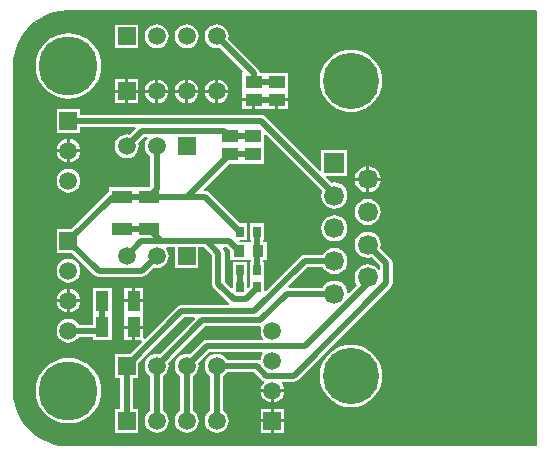
<source format=gtl>
%FSDAX24Y24*%
%MOIN*%
%SFA1B1*%

%IPPOS*%
%ADD10R,0.043300X0.066900*%
%ADD11R,0.066900X0.043300*%
%ADD12R,0.027600X0.035400*%
%ADD13R,0.055100X0.043300*%
%ADD14R,0.037400X0.039400*%
%ADD15C,0.020000*%
%ADD16C,0.187400*%
%ADD17R,0.066500X0.066500*%
%ADD18C,0.066500*%
%ADD19C,0.059100*%
%ADD20R,0.059100X0.059100*%
%ADD21R,0.059100X0.059100*%
%ADD22C,0.196900*%
%ADD24C,0.010000*%
%ADD26C,0.005000*%
%ADD39C,0.040000*%
%ADD40C,0.080000*%
%LNdistro_layout_b-1*%
%LPD*%
G54D26*
X-000001Y012649D02*
X015570D01*
Y-001822*
X-000001*
X-000007Y-001822*
X-000237Y-001808*
X-000472Y-001761*
X-000698Y-001684*
X-000911Y-001579*
X-001110Y-001447*
X-001289Y-001289*
X-001447Y-001110*
X-001579Y-000911*
X-001684Y-000698*
X-001761Y-000472*
X-001808Y-000237*
X-001822Y-000007*
X-001822Y-000001*
Y010828*
X-001822Y010834*
X-001808Y011064*
X-001761Y011298*
X-001684Y011524*
X-001579Y011738*
X-001447Y011936*
X-001289Y012116*
X-001110Y012274*
X-000911Y012406*
X-000698Y012511*
X-000472Y012588*
X-000237Y012635*
X-000007Y012649*
X-000001Y012649*
G54D24*
X-000005Y012599D02*
X015520D01*
Y-001772*
X-000005*
X-000009Y-001772*
X-000231Y-001758*
X-000459Y-001713*
X-000679Y-001638*
X-000886Y-001535*
X-001080Y-001407*
X-001253Y-001253*
X-001407Y-001080*
X-001535Y-000886*
X-001638Y-000679*
X-001713Y-000459*
X-001758Y-000231*
X-001772Y-000009*
X-001772Y-000005*
Y010832*
X-001772Y010836*
X-001758Y011058*
X-001713Y011285*
X-001638Y011505*
X-001535Y011713*
X-001407Y011906*
X-001253Y012080*
X-001080Y012234*
X-000886Y012362*
X-000679Y012465*
X-000459Y012540*
X-000231Y012585*
X-000009Y012599*
X-000005Y012599*
G54D15*
X-000012Y012499D02*
X015420D01*
Y-001672*
X-000012*
X-000013Y-001672*
X-000218Y-001659*
X-000433Y-001616*
X-000640Y-001546*
X-000836Y-001449*
X-001019Y-001327*
X-001183Y-001183*
X-001327Y-001019*
X-001449Y-000836*
X-001546Y-000640*
X-001616Y-000433*
X-001659Y-000218*
X-001672Y-000013*
X-001672Y-000012*
Y010839*
X-001672Y010840*
X-001659Y011045*
X-001616Y011259*
X-001545Y011466*
X-001449Y011663*
X-001327Y011845*
X-001182Y012010*
X-001019Y012154*
X-000836Y012276*
X-000640Y012373*
X-000433Y012443*
X-000218Y012486*
X-000013Y012499*
X-000012Y012499*
G54D39*
X-000025Y012299D02*
X015220D01*
Y-001472*
X-000025*
X-000020Y-001471*
X-000192Y-001460*
X-000381Y-001422*
X-000563Y-001360*
X-000736Y-001275*
X-000897Y-001168*
X-001041Y-001041*
X-001168Y-000897*
X-001275Y-000736*
X-001360Y-000563*
X-001422Y-000381*
X-001460Y-000192*
X-001471Y-000020*
X-001472Y-000025*
Y010852*
X-001471Y010847*
X-001460Y011019*
X-001423Y011207*
X-001360Y011390*
X-001275Y011563*
X-001168Y011723*
X-001040Y011868*
X-000897Y011995*
X-000736Y012102*
X-000563Y012187*
X-000381Y012249*
X-000192Y012287*
X-000020Y012298*
X-000025Y012299*
G54D40*
X005860Y011899D02*
X014820D01*
Y-001071*
X005860*
X003988Y-001327*
X-000140Y-001062*
X-000278Y-001035*
X-000409Y-000990*
X-000536Y-000928*
X-000652Y-000850*
X-000757Y-000757*
X-000850Y-000652*
X-000928Y-000536*
X-000990Y-000409*
X-001035Y-000278*
X-001062Y-000140*
X-001327Y003988*
X-001072Y005860*
Y004966*
X-001327Y006837*
X-001062Y010967*
X-001035Y011103*
X-000990Y011236*
X-000928Y011363*
X-000850Y011479*
X-000757Y011585*
X-000652Y011677*
X-000536Y011755*
X-000409Y011817*
X-000278Y011862*
X-000140Y011889*
X003988Y012154*
X005860Y011899*
X-000520Y-000920D02*
X014820D01*
X-000920Y-000120D02*
X014820D01*
X-000920Y000680D02*
X014820D01*
X-001120Y001480D02*
X014820D01*
X-001120Y002280D02*
X014820D01*
X-001120Y003080D02*
X014820D01*
X-001120Y003880D02*
X014820D01*
X-001120Y004680D02*
X014820D01*
X-001120Y005480D02*
X014820D01*
X-001120Y006280D02*
X014820D01*
X-001120Y007080D02*
X014820D01*
X-001120Y007880D02*
X014820D01*
X-001120Y008680D02*
X014820D01*
X-001120Y009480D02*
X014820D01*
X-000920Y010280D02*
X014820D01*
X-000920Y011080D02*
X014820D01*
X-000120Y011880D02*
X014820D01*
%LNdistro_layout_b-2*%
%LPC*%
G36*
X002498Y003435D02*
X002231D01*
Y003050*
X002498*
Y003435*
G37*
G36*
X000000Y004399D02*
X-000103Y004385D01*
X-000199Y004345*
X-000282Y004282*
X-000345Y004199*
X-000385Y004103*
X-000399Y004000*
X-000385Y003897*
X-000345Y003801*
X-000282Y003718*
X-000199Y003655*
X-000103Y003615*
X000000Y003601*
X000103Y003615*
X000199Y003655*
X000282Y003718*
X000345Y003801*
X000385Y003897*
X000399Y004000*
X000385Y004103*
X000345Y004199*
X000282Y004282*
X000199Y004345*
X000103Y004385*
X000000Y004399*
G37*
G36*
X008859Y005850D02*
X008746Y005835D01*
X008641Y005791*
X008550Y005722*
X008481Y005632*
X008437Y005526*
X008422Y005413*
X008437Y005300*
X008481Y005195*
X008550Y005105*
X008641Y005035*
X008746Y004992*
X008859Y004977*
X008972Y004992*
X009077Y005035*
X009167Y005105*
X009237Y005195*
X009280Y005300*
X009295Y005413*
X009280Y005526*
X009237Y005632*
X009167Y005722*
X009077Y005791*
X008972Y005835*
X008859Y005850*
G37*
G36*
X002131Y003435D02*
X001865D01*
Y003050*
X002131*
Y003435*
G37*
G36*
X-000050Y003392D02*
X-000103Y003385D01*
X-000199Y003345*
X-000282Y003282*
X-000345Y003199*
X-000385Y003103*
X-000392Y003050*
X-000050*
Y003392*
G37*
G36*
X000050D02*
Y003050D01*
X000392*
X000385Y003103*
X000345Y003199*
X000282Y003282*
X000199Y003345*
X000103Y003385*
X000050Y003392*
G37*
G36*
X009977Y006395D02*
X009864Y006380D01*
X009759Y006337*
X009668Y006267*
X009599Y006177*
X009555Y006072*
X009540Y005959*
X009555Y005846*
X009599Y005740*
X009668Y005650*
X009759Y005581*
X009864Y005537*
X009977Y005522*
X010090Y005537*
X010195Y005581*
X010285Y005650*
X010355Y005740*
X010398Y005846*
X010413Y005959*
X010398Y006072*
X010355Y006177*
X010285Y006267*
X010195Y006337*
X010090Y006380*
X009977Y006395*
G37*
G36*
X009927Y007479D02*
X009864Y007471D01*
X009759Y007427*
X009668Y007358*
X009599Y007267*
X009555Y007162*
X009547Y007099*
X009927*
Y007479*
G37*
G36*
X010027D02*
Y007099D01*
X010407*
X010398Y007162*
X010355Y007267*
X010285Y007358*
X010195Y007427*
X010090Y007471*
X010027Y007479*
G37*
G36*
X-000050Y007950D02*
X-000392D01*
X-000385Y007897*
X-000345Y007801*
X-000282Y007718*
X-000199Y007655*
X-000103Y007615*
X-000050Y007608*
Y007950*
G37*
G36*
X000000Y007399D02*
X-000103Y007385D01*
X-000199Y007345*
X-000282Y007282*
X-000345Y007199*
X-000385Y007103*
X-000399Y007000*
X-000385Y006897*
X-000345Y006801*
X-000282Y006718*
X-000199Y006655*
X-000103Y006615*
X000000Y006601*
X000103Y006615*
X000199Y006655*
X000282Y006718*
X000345Y006801*
X000385Y006897*
X000399Y007000*
X000385Y007103*
X000345Y007199*
X000282Y007282*
X000199Y007345*
X000103Y007385*
X000000Y007399*
G37*
G36*
X009927Y006999D02*
X009547D01*
X009555Y006936*
X009599Y006831*
X009668Y006741*
X009759Y006671*
X009864Y006628*
X009927Y006619*
Y006999*
G37*
G36*
X010407D02*
X010027D01*
Y006619*
X010090Y006628*
X010195Y006671*
X010285Y006741*
X010355Y006831*
X010398Y006936*
X010407Y006999*
G37*
G36*
X006750Y-000605D02*
X006405D01*
Y-000950*
X006750*
Y-000605*
G37*
G36*
X007195D02*
X006850D01*
Y-000950*
X007195*
Y-000605*
G37*
G36*
X009418Y001534D02*
X009255Y001522D01*
X009096Y001483*
X008946Y001421*
X008806Y001336*
X008682Y001230*
X008576Y001106*
X008491Y000966*
X008429Y000816*
X008390Y000657*
X008378Y000494*
X008390Y000331*
X008429Y000173*
X008491Y000022*
X008576Y-000117*
X008682Y-000241*
X008806Y-000347*
X008946Y-000433*
X009096Y-000495*
X009255Y-000533*
X009418Y-000546*
X009581Y-000533*
X009739Y-000495*
X009890Y-000433*
X010029Y-000347*
X010153Y-000241*
X010259Y-000117*
X010345Y000022*
X010407Y000173*
X010445Y000331*
X010458Y000494*
X010445Y000657*
X010407Y000816*
X010345Y000966*
X010259Y001106*
X010153Y001230*
X010029Y001336*
X009890Y001421*
X009739Y001483*
X009581Y001522*
X009418Y001534*
G37*
G36*
X006750Y-001050D02*
X006405D01*
Y-001395*
X006750*
Y-001050*
G37*
G36*
X007195D02*
X006850D01*
Y-001395*
X007195*
Y-001050*
G37*
G36*
X000000Y001088D02*
X-000170Y001074D01*
X-000336Y001034*
X-000494Y000969*
X-000639Y000880*
X-000769Y000769*
X-000880Y000639*
X-000969Y000494*
X-001034Y000336*
X-001074Y000170*
X-001088Y000000*
X-001074Y-000170*
X-001034Y-000336*
X-000969Y-000494*
X-000880Y-000639*
X-000769Y-000769*
X-000639Y-000880*
X-000494Y-000969*
X-000336Y-001034*
X-000170Y-001074*
X000000Y-001088*
X000170Y-001074*
X000336Y-001034*
X000494Y-000969*
X000639Y-000880*
X000769Y-000769*
X000880Y-000639*
X000969Y-000494*
X001034Y-000336*
X001074Y-000170*
X001088Y000000*
X001074Y000170*
X001034Y000336*
X000969Y000494*
X000880Y000639*
X000769Y000769*
X000639Y000880*
X000494Y000969*
X000336Y001034*
X000170Y001074*
X000000Y001088*
G37*
G36*
X006750Y-000050D02*
X006408D01*
X006415Y-000103*
X006455Y-000199*
X006518Y-000282*
X006601Y-000345*
X006697Y-000385*
X006750Y-000392*
Y-000050*
G37*
G36*
X001435Y003435D02*
X000802D01*
Y002565*
Y002547*
Y002204*
X000342*
X000282Y002282*
X000199Y002345*
X000103Y002385*
X000000Y002399*
X-000103Y002385*
X-000199Y002345*
X-000282Y002282*
X-000345Y002199*
X-000385Y002103*
X-000399Y002000*
X-000385Y001897*
X-000345Y001801*
X-000282Y001718*
X-000199Y001655*
X-000103Y001615*
X000000Y001601*
X000103Y001615*
X000199Y001655*
X000282Y001718*
X000342Y001796*
X000802*
Y001678*
X001435*
Y002547*
Y002565*
Y003435*
G37*
G36*
X-000050Y002950D02*
X-000392D01*
X-000385Y002897*
X-000345Y002801*
X-000282Y002718*
X-000199Y002655*
X-000103Y002615*
X-000050Y002608*
Y002950*
G37*
G36*
X000392D02*
X000050D01*
Y002608*
X000103Y002615*
X000199Y002655*
X000282Y002718*
X000345Y002801*
X000385Y002897*
X000392Y002950*
G37*
G36*
X007192Y-000050D02*
X006850D01*
Y-000392*
X006903Y-000385*
X006999Y-000345*
X007082Y-000282*
X007145Y-000199*
X007185Y-000103*
X007192Y-000050*
G37*
G36*
X002131Y002062D02*
X001865D01*
Y001678*
X002131*
Y002062*
G37*
G36*
X002498Y002950D02*
X002182D01*
X001865*
Y002597*
Y002565*
Y002515*
Y002163*
X002182*
X002498*
Y002515*
Y002547*
Y002597*
Y002950*
G37*
G36*
X000392Y007950D02*
X000050D01*
Y007608*
X000103Y007615*
X000199Y007655*
X000282Y007718*
X000345Y007801*
X000385Y007897*
X000392Y007950*
G37*
G36*
X002332Y010376D02*
X001987D01*
Y010031*
X002332*
Y010376*
G37*
G36*
X002887Y010373D02*
X002834Y010366D01*
X002738Y010326*
X002655Y010263*
X002592Y010180*
X002552Y010084*
X002545Y010031*
X002887*
Y010373*
G37*
G36*
X002987D02*
Y010031D01*
X003329*
X003322Y010084*
X003282Y010180*
X003219Y010263*
X003136Y010326*
X003040Y010366*
X002987Y010373*
G37*
G36*
X005329Y009931D02*
X004987D01*
Y009589*
X005040Y009596*
X005136Y009636*
X005219Y009699*
X005282Y009782*
X005322Y009878*
X005329Y009931*
G37*
G36*
X000000Y011914D02*
X-000170Y011901D01*
X-000336Y011861*
X-000494Y011796*
X-000639Y011707*
X-000769Y011596*
X-000880Y011466*
X-000969Y011321*
X-001034Y011163*
X-001074Y010997*
X-001088Y010827*
X-001074Y010657*
X-001034Y010491*
X-000969Y010333*
X-000880Y010187*
X-000769Y010058*
X-000639Y009947*
X-000494Y009858*
X-000336Y009792*
X-000170Y009753*
X000000Y009739*
X000170Y009753*
X000336Y009792*
X000494Y009858*
X000639Y009947*
X000769Y010058*
X000880Y010187*
X000969Y010333*
X001034Y010491*
X001074Y010657*
X001088Y010827*
X001074Y010997*
X001034Y011163*
X000969Y011321*
X000880Y011466*
X000769Y011596*
X000639Y011707*
X000494Y011796*
X000336Y011861*
X000170Y011901*
X000000Y011914*
G37*
G36*
X001887Y010376D02*
X001542D01*
Y010031*
X001887*
Y010376*
G37*
G36*
X003887Y010373D02*
X003834Y010366D01*
X003738Y010326*
X003655Y010263*
X003592Y010180*
X003552Y010084*
X003545Y010031*
X003887*
Y010373*
G37*
G36*
X002937Y012210D02*
X002834Y012196D01*
X002738Y012156*
X002655Y012093*
X002592Y012010*
X002552Y011914*
X002538Y011811*
X002552Y011708*
X002592Y011612*
X002655Y011529*
X002738Y011466*
X002834Y011426*
X002937Y011412*
X003040Y011426*
X003136Y011466*
X003219Y011529*
X003282Y011612*
X003322Y011708*
X003336Y011811*
X003322Y011914*
X003282Y012010*
X003219Y012093*
X003136Y012156*
X003040Y012196*
X002937Y012210*
G37*
G36*
X003937D02*
X003834Y012196D01*
X003738Y012156*
X003655Y012093*
X003592Y012010*
X003552Y011914*
X003538Y011811*
X003552Y011708*
X003592Y011612*
X003655Y011529*
X003738Y011466*
X003834Y011426*
X003937Y011412*
X004040Y011426*
X004136Y011466*
X004219Y011529*
X004282Y011612*
X004322Y011708*
X004336Y011811*
X004322Y011914*
X004282Y012010*
X004219Y012093*
X004136Y012156*
X004040Y012196*
X003937Y012210*
G37*
G36*
X002332Y012206D02*
X001542D01*
Y011416*
X002332*
Y012206*
G37*
G36*
X003987Y010373D02*
Y010031D01*
X004329*
X004322Y010084*
X004282Y010180*
X004219Y010263*
X004136Y010326*
X004040Y010366*
X003987Y010373*
G37*
G36*
X004887D02*
X004834Y010366D01*
X004738Y010326*
X004655Y010263*
X004592Y010180*
X004552Y010084*
X004545Y010031*
X004887*
Y010373*
G37*
G36*
X004987D02*
Y010031D01*
X005329*
X005322Y010084*
X005282Y010180*
X005219Y010263*
X005136Y010326*
X005040Y010366*
X004987Y010373*
G37*
G36*
X004887Y009931D02*
X004545D01*
X004552Y009878*
X004592Y009782*
X004655Y009699*
X004738Y009636*
X004834Y009596*
X004887Y009589*
Y009931*
G37*
G36*
X009418Y011373D02*
X009255Y011360D01*
X009096Y011322*
X008946Y011260*
X008806Y011174*
X008682Y011068*
X008576Y010944*
X008491Y010805*
X008429Y010654*
X008390Y010495*
X008378Y010333*
X008390Y010170*
X008429Y010011*
X008491Y009860*
X008576Y009721*
X008682Y009597*
X008806Y009491*
X008946Y009406*
X009096Y009343*
X009255Y009305*
X009418Y009292*
X009581Y009305*
X009739Y009343*
X009890Y009406*
X010029Y009491*
X010153Y009597*
X010259Y009721*
X010345Y009860*
X010407Y010011*
X010445Y010170*
X010458Y010333*
X010445Y010495*
X010407Y010654*
X010345Y010805*
X010259Y010944*
X010153Y011068*
X010029Y011174*
X009890Y011260*
X009739Y011322*
X009581Y011360*
X009418Y011373*
G37*
G36*
X004937Y012210D02*
X004834Y012196D01*
X004738Y012156*
X004655Y012093*
X004592Y012010*
X004552Y011914*
X004538Y011811*
X004552Y011708*
X004592Y011612*
X004655Y011529*
X004738Y011466*
X004834Y011426*
X004937Y011412*
X005034Y011425*
X005811Y010648*
X005793Y010605*
Y009972*
Y009748*
X006169*
Y009698*
X006219*
Y009382*
X006545*
Y009381*
X006563*
Y009382*
X006888*
Y009698*
X006938*
Y009748*
X007314*
Y009972*
Y010605*
X006563*
X006545*
X006368*
X006357Y010657*
X006313Y010723*
X005323Y011714*
X005336Y011811*
X005322Y011914*
X005282Y012010*
X005219Y012093*
X005136Y012156*
X005040Y012196*
X004937Y012210*
G37*
G36*
X006119Y009648D02*
X005793D01*
Y009382*
X006119*
Y009648*
G37*
G36*
X-000050Y008392D02*
X-000103Y008385D01*
X-000199Y008345*
X-000282Y008282*
X-000345Y008199*
X-000385Y008103*
X-000392Y008050*
X-000050*
Y008392*
G37*
G36*
X000050D02*
Y008050D01*
X000392*
X000385Y008103*
X000345Y008199*
X000282Y008282*
X000199Y008345*
X000103Y008385*
X000050Y008392*
G37*
G36*
X000395Y009395D02*
X-000395D01*
Y008605*
X000395*
Y008796*
X002229*
X002248Y008750*
X002034Y008537*
X001937Y008549*
X001834Y008536*
X001738Y008496*
X001655Y008433*
X001592Y008350*
X001552Y008254*
X001538Y008151*
X001552Y008048*
X001592Y007951*
X001655Y007869*
X001738Y007805*
X001834Y007766*
X001937Y007752*
X002040Y007766*
X002136Y007805*
X002219Y007869*
X002282Y007951*
X002322Y008048*
X002336Y008151*
X002323Y008248*
X002534Y008460*
X002613*
X002638Y008410*
X002592Y008350*
X002552Y008254*
X002538Y008151*
X002552Y008048*
X002592Y007951*
X002655Y007869*
X002733Y007809*
Y006811*
X002707Y006785*
X002244*
X002226*
X001357*
Y006634*
X001324Y006613*
X000107Y005395*
X-000395*
Y004605*
X000107*
X000861Y003851*
X000927Y003807*
X001005Y003791*
X002442*
X002520Y003807*
X002586Y003851*
X002840Y004105*
X002937Y004092*
X003040Y004105*
X003136Y004145*
X003219Y004209*
X003282Y004291*
X003322Y004387*
X003336Y004490*
X003322Y004594*
X003282Y004690*
X003250Y004732*
X003275Y004782*
X003542*
Y004095*
X004332*
Y004782*
X004530*
X004796Y004516*
Y003552*
X004812Y003473*
X004856Y003407*
X005357Y002906*
X005360Y002904*
X005345Y002854*
X003757*
X003679Y002838*
X003613Y002794*
X002544Y001726*
X002498Y001745*
Y002062*
X002231*
Y001678*
X002431*
X002450Y001632*
X002044Y001225*
X001542*
Y000435*
X001733*
Y-000605*
X001542*
Y-001395*
X002332*
Y-000605*
X002141*
Y000435*
X002332*
Y000937*
X003841Y002446*
X004199*
X004218Y002400*
X003034Y001216*
X002937Y001229*
X002834Y001215*
X002738Y001175*
X002655Y001112*
X002592Y001029*
X002552Y000933*
X002538Y000830*
X002552Y000727*
X002592Y000631*
X002655Y000548*
X002733Y000488*
Y-000658*
X002655Y-000718*
X002592Y-000801*
X002552Y-000897*
X002538Y-001000*
X002552Y-001103*
X002592Y-001199*
X002655Y-001282*
X002738Y-001345*
X002834Y-001385*
X002937Y-001399*
X003040Y-001385*
X003136Y-001345*
X003219Y-001282*
X003282Y-001199*
X003322Y-001103*
X003336Y-001000*
X003322Y-000897*
X003282Y-000801*
X003219Y-000718*
X003141Y-000658*
Y000488*
X003219Y000548*
X003282Y000631*
X003322Y000727*
X003336Y000830*
X003323Y000928*
X004541Y002146*
X006379*
X006411Y002107*
X006414Y002098*
X006401Y002000*
X006415Y001897*
X006455Y001801*
X006494Y001749*
X006470Y001699*
X004602*
X004524Y001684*
X004458Y001639*
X004034Y001216*
X003937Y001229*
X003834Y001215*
X003738Y001175*
X003655Y001112*
X003592Y001029*
X003552Y000933*
X003538Y000830*
X003552Y000727*
X003592Y000631*
X003655Y000548*
X003733Y000488*
Y-000658*
X003655Y-000718*
X003592Y-000801*
X003552Y-000897*
X003538Y-001000*
X003552Y-001103*
X003592Y-001199*
X003655Y-001282*
X003738Y-001345*
X003834Y-001385*
X003937Y-001399*
X004040Y-001385*
X004136Y-001345*
X004219Y-001282*
X004282Y-001199*
X004322Y-001103*
X004336Y-001000*
X004322Y-000897*
X004282Y-000801*
X004219Y-000718*
X004141Y-000658*
Y000488*
X004219Y000548*
X004282Y000631*
X004322Y000727*
X004336Y000830*
X004323Y000928*
X004687Y001291*
X006462*
X006487Y001241*
X006455Y001199*
X006415Y001103*
X006406Y001039*
X006353Y001015*
X006347Y001019*
X006269Y001034*
X005279*
X005219Y001112*
X005136Y001175*
X005040Y001215*
X004937Y001229*
X004834Y001215*
X004738Y001175*
X004655Y001112*
X004592Y001029*
X004552Y000933*
X004538Y000830*
X004552Y000727*
X004592Y000631*
X004655Y000548*
X004733Y000488*
Y-000658*
X004655Y-000718*
X004592Y-000801*
X004552Y-000897*
X004538Y-001000*
X004552Y-001103*
X004592Y-001199*
X004655Y-001282*
X004738Y-001345*
X004834Y-001385*
X004937Y-001399*
X005040Y-001385*
X005136Y-001345*
X005219Y-001282*
X005282Y-001199*
X005322Y-001103*
X005336Y-001000*
X005322Y-000897*
X005282Y-000801*
X005219Y-000718*
X005141Y-000658*
Y000488*
X005219Y000548*
X005279Y000626*
X006185*
X006451Y000361*
X006498Y000329*
X006504Y000315*
X006509Y000276*
X006507Y000267*
X006455Y000199*
X006415Y000103*
X006408Y000050*
X006800*
X007192*
X007185Y000103*
X007145Y000199*
X007106Y000251*
X007130Y000301*
X007505*
X007583Y000316*
X007649Y000361*
X010744Y003456*
X010788Y003522*
X010804Y003600*
Y004245*
X010788Y004323*
X010744Y004389*
X010392Y004741*
X010398Y004755*
X010413Y004868*
X010398Y004981*
X010355Y005086*
X010285Y005177*
X010195Y005246*
X010090Y005290*
X009977Y005305*
X009864Y005290*
X009759Y005246*
X009668Y005177*
X009599Y005086*
X009555Y004981*
X009540Y004868*
X009555Y004755*
X009599Y004650*
X009668Y004560*
X009759Y004490*
X009864Y004447*
X009977Y004432*
X010090Y004447*
X010104Y004452*
X010396Y004161*
Y004020*
X010346Y004007*
X010285Y004086*
X010195Y004155*
X010090Y004199*
X009977Y004214*
X009864Y004199*
X009759Y004155*
X009668Y004086*
X009599Y003996*
X009555Y003891*
X009540Y003778*
X009555Y003665*
X009599Y003559*
X009621Y003530*
X009343Y003252*
X009290Y003270*
X009280Y003345*
X009237Y003450*
X009167Y003541*
X009077Y003610*
X008972Y003654*
X008859Y003669*
X008746Y003654*
X008641Y003610*
X008550Y003541*
X008481Y003450*
X008475Y003436*
X007345*
X007325Y003486*
X007957Y004119*
X008475*
X008481Y004105*
X008550Y004014*
X008641Y003945*
X008746Y003901*
X008859Y003886*
X008972Y003901*
X009077Y003945*
X009167Y004014*
X009237Y004105*
X009280Y004210*
X009295Y004323*
X009280Y004436*
X009237Y004541*
X009167Y004631*
X009077Y004701*
X008972Y004744*
X008859Y004759*
X008746Y004744*
X008641Y004701*
X008550Y004631*
X008481Y004541*
X008475Y004527*
X007873*
X007795Y004511*
X007729Y004467*
X006579Y003318*
X006533Y003337*
Y003690*
Y003740*
Y003772*
Y004294*
X006499*
Y004362*
X006602*
Y004955*
X006499*
Y005023*
X006533*
Y005577*
X006057*
Y005023*
X006091*
Y004955*
X006028*
Y004362*
X006091*
Y004294*
X006057*
Y003772*
Y003722*
Y003690*
Y003488*
X005989Y003419*
X005943Y003438*
Y003722*
Y003740*
Y004294*
X005467*
Y003740*
Y003722*
Y003438*
X005421Y003419*
X005204Y003636*
Y004600*
X005188Y004678*
X005152Y004732*
X005171Y004782*
X005273*
X005398Y004657*
Y004362*
X005972*
Y004955*
X005699*
X005686Y004973*
X005711Y005023*
X005943*
Y005577*
X005716*
X004680Y006613*
X004614Y006657*
X004536Y006672*
X004520*
X004501Y006719*
X005352Y007570*
X005756*
X005774*
X006526*
Y008161*
Y008523*
X006572Y008542*
X008455Y006659*
X008437Y006617*
X008422Y006504*
X008437Y006391*
X008481Y006286*
X008550Y006195*
X008641Y006126*
X008746Y006082*
X008859Y006068*
X008972Y006082*
X009077Y006126*
X009167Y006195*
X009237Y006286*
X009280Y006391*
X009295Y006504*
X009280Y006617*
X009237Y006722*
X009167Y006813*
X009077Y006882*
X008972Y006925*
X008859Y006940*
X008763Y006928*
X008575Y007116*
X008594Y007162*
X009291*
Y008027*
X008426*
Y007330*
X008380Y007311*
X006547Y009144*
X006481Y009188*
X006402Y009204*
X000395*
Y009395*
G37*
G36*
X007314Y009648D02*
X006988D01*
Y009382*
X007314*
Y009648*
G37*
G36*
X003329Y009931D02*
X002987D01*
Y009589*
X003040Y009596*
X003136Y009636*
X003219Y009699*
X003282Y009782*
X003322Y009878*
X003329Y009931*
G37*
G36*
X003887D02*
X003545D01*
X003552Y009878*
X003592Y009782*
X003655Y009699*
X003738Y009636*
X003834Y009596*
X003887Y009589*
Y009931*
G37*
G36*
X004329D02*
X003987D01*
Y009589*
X004040Y009596*
X004136Y009636*
X004219Y009699*
X004282Y009782*
X004322Y009878*
X004329Y009931*
G37*
G36*
X001887D02*
X001542D01*
Y009586*
X001887*
Y009931*
G37*
G36*
X002332D02*
X001987D01*
Y009586*
X002332*
Y009931*
G37*
G36*
X002887D02*
X002545D01*
X002552Y009878*
X002592Y009782*
X002655Y009699*
X002738Y009636*
X002834Y009596*
X002887Y009589*
Y009931*
G37*
%LNdistro_layout_b-3*%
%LPD*%
G54D10*
X002182Y002113D03*
X001119D03*
X002182Y003000D03*
X001119D03*
G54D11*
X002679Y006468D03*
Y005405D03*
X001791Y006468D03*
Y005405D03*
G54D12*
X005705Y005300D03*
X006295D03*
Y004017D03*
X005705D03*
Y003445D03*
X006295D03*
G54D13*
X006938Y010289D03*
Y009698D03*
X006169Y010289D03*
Y009698D03*
X005381Y008478D03*
Y007887D03*
X006150Y008478D03*
Y007887D03*
G54D14*
X006315Y004659D03*
X005685D03*
G54D15*
X001119Y002113D02*
Y003000D01*
X001006Y002000D02*
X001119Y002113D01*
X000000Y002000D02*
X001006D01*
X006295Y004017D02*
Y005300D01*
X006169Y009698D02*
X006938D01*
X001005Y003995D02*
X002442D01*
X002937Y004490*
X000000Y005000D02*
X001005Y003995D01*
X008859Y006504D02*
Y006544D01*
X006402Y009000D02*
X008859Y006544D01*
X000000Y009000D02*
X006402D01*
X007875Y001495D02*
X009977Y003597D01*
Y003778*
Y004868D02*
X010600Y004245D01*
Y003600D02*
Y004245D01*
X007505Y000505D02*
X010600Y003600D01*
X006595Y000505D02*
X007505D01*
X006269Y000830D02*
X006595Y000505D01*
X004937Y000830D02*
X006269D01*
X004602Y001495D02*
X007875D01*
X003937Y000830D02*
X004602Y001495D01*
X007282Y003232D02*
X008859D01*
X006400Y002350D02*
X007282Y003232D01*
X004457Y002350D02*
X006400D01*
X005908Y003050D02*
X006295Y003437D01*
X005501Y003050D02*
X005908D01*
X005000Y003552D02*
X005501Y003050D01*
X006200Y002650D02*
X007873Y004323D01*
X002937Y000830D02*
X004457Y002350D01*
X007873Y004323D02*
X008859D01*
X003757Y002650D02*
X006200D01*
X001937Y000830D02*
X003757Y002650D01*
X002679Y006468D02*
X003962D01*
X004536*
X003962D02*
X005381Y007887D01*
X004536Y006468D02*
X005705Y005300D01*
X000000Y005000D02*
X001468Y006468D01*
X001791*
X002679D02*
X002937Y006727D01*
Y008151*
X001791Y006468D02*
X002679D01*
X002432Y004986D02*
X003099D01*
X004614*
X002679Y005405D02*
X003099Y004986D01*
X001791Y005405D02*
X002679D01*
X002937Y008151D02*
X002999D01*
X002450Y008664D02*
X005194D01*
X005381Y008478*
X001937Y-001000D02*
Y000830D01*
X002937Y-001000D02*
Y000830D01*
X003937Y-001000D02*
Y000830D01*
X004937Y-001000D02*
Y000830D01*
X001937Y008151D02*
X002450Y008664D01*
X005381Y008478D02*
X006150D01*
X005381Y007887D02*
X006150D01*
X004937Y011811D02*
X006169Y010579D01*
Y010289D02*
Y010579D01*
Y010289D02*
X006938D01*
X006295Y004017D02*
D01*
X005705Y003445D02*
Y004017D01*
Y003445D02*
D01*
X006295Y003437D02*
Y003445D01*
X005000Y003552D02*
Y004600D01*
X004614Y004986D02*
X005000Y004600D01*
X001937Y004490D02*
X002432Y004986D01*
X004614D02*
X005358D01*
X005685Y004659*
G54D16*
X009418Y000494D03*
Y010333D03*
G54D17*
X008859Y007594D03*
G54D18*
X009977Y007049D03*
X008859Y006504D03*
X009977Y005959D03*
X008859Y005413D03*
X009977Y004868D03*
X008859Y004323D03*
X009977Y003778D03*
X008859Y003232D03*
G54D19*
X000000Y002000D03*
Y003000D03*
Y004000D03*
X004937Y000830D03*
X003937D03*
X002937D03*
X004937Y-001000D03*
X003937D03*
X002937D03*
Y008151D03*
X001937D03*
X002937Y004490D03*
X001937D03*
X000000Y008000D03*
Y007000D03*
X004937Y009981D03*
X003937D03*
X002937D03*
X006800Y002000D03*
Y001000D03*
Y000000D03*
X004937Y011811D03*
X003937D03*
X002937D03*
G54D20*
X000000Y005000D03*
Y009000D03*
X006800Y-001000D03*
G54D21*
X001937Y000830D03*
Y-001000D03*
X003937Y008151D03*
Y004490D03*
X001937Y009981D03*
Y011811D03*
G54D22*
X000000Y000000D03*
Y010827D03*
M02*
</source>
